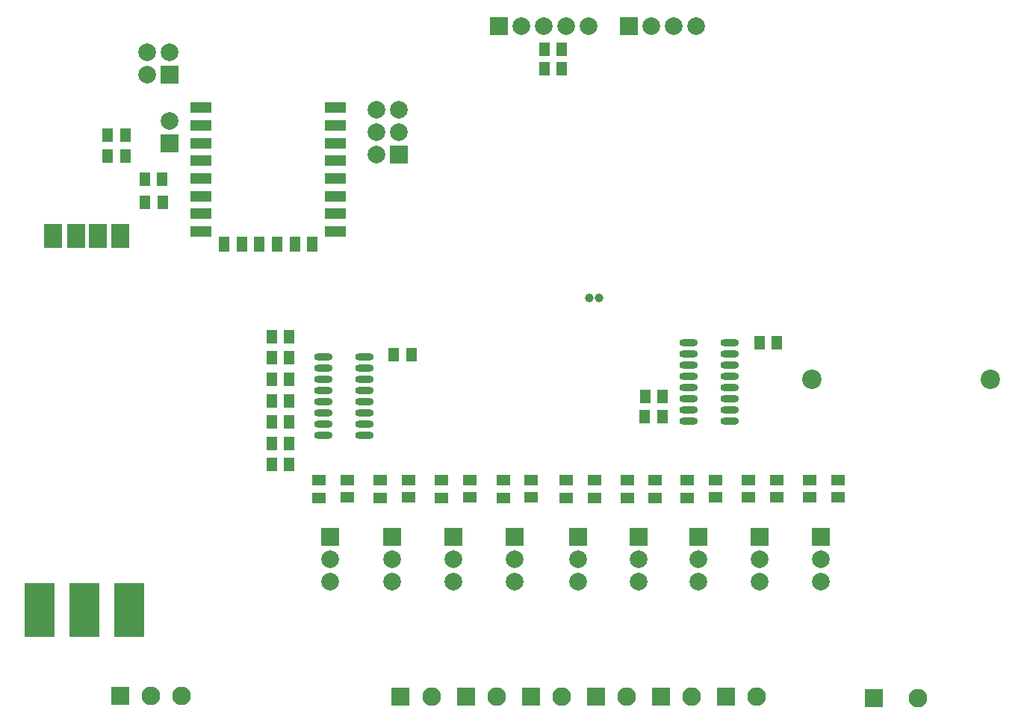
<source format=gbs>
G04*
G04 #@! TF.GenerationSoftware,Altium Limited,Altium Designer,19.0.9 (268)*
G04*
G04 Layer_Color=16711935*
%FSLAX25Y25*%
%MOIN*%
G70*
G01*
G75*
%ADD36R,0.04724X0.06693*%
%ADD49R,0.06496X0.04724*%
%ADD51R,0.04724X0.06496*%
%ADD59R,0.05118X0.06102*%
%ADD61C,0.08661*%
%ADD62C,0.08284*%
%ADD63R,0.08284X0.08284*%
%ADD64C,0.07874*%
%ADD65R,0.07874X0.07874*%
%ADD66R,0.07874X0.07874*%
%ADD67C,0.03937*%
%ADD94R,0.13780X0.24410*%
%ADD95R,0.07874X0.10630*%
%ADD96O,0.08268X0.03150*%
%ADD97R,0.09646X0.04724*%
D36*
X146555Y224902D02*
D03*
X138681D02*
D03*
X130807D02*
D03*
X122933D02*
D03*
X115059D02*
D03*
X107185D02*
D03*
D49*
X368521Y111909D02*
D03*
Y119783D02*
D03*
X381120Y119783D02*
D03*
Y111909D02*
D03*
X204271Y111811D02*
D03*
Y119685D02*
D03*
X189495Y119783D02*
D03*
Y111909D02*
D03*
X341146Y111909D02*
D03*
Y119783D02*
D03*
X353745Y119783D02*
D03*
Y111909D02*
D03*
X326370Y119783D02*
D03*
Y111909D02*
D03*
X286949Y111713D02*
D03*
Y119587D02*
D03*
X299547Y119685D02*
D03*
Y111811D02*
D03*
X259882Y111811D02*
D03*
Y119685D02*
D03*
X231646Y111811D02*
D03*
Y119685D02*
D03*
X162120Y119783D02*
D03*
Y111909D02*
D03*
X176896Y111811D02*
D03*
Y119685D02*
D03*
X149521Y111811D02*
D03*
Y119685D02*
D03*
X313771Y111811D02*
D03*
Y119685D02*
D03*
X272480Y119685D02*
D03*
Y111811D02*
D03*
X244245Y119783D02*
D03*
Y111909D02*
D03*
X216870Y119783D02*
D03*
Y111909D02*
D03*
D51*
X250000Y303543D02*
D03*
X257874D02*
D03*
X55216Y264272D02*
D03*
X63090D02*
D03*
X71653Y254035D02*
D03*
X79528D02*
D03*
X79626Y243799D02*
D03*
X71752D02*
D03*
X128346Y126575D02*
D03*
X136221D02*
D03*
X128346Y136106D02*
D03*
X136221D02*
D03*
X128346Y145636D02*
D03*
X136221D02*
D03*
X128346Y155167D02*
D03*
X136221D02*
D03*
X128346Y164698D02*
D03*
X136221D02*
D03*
X128346Y174229D02*
D03*
X136221D02*
D03*
X128346Y183760D02*
D03*
X136221D02*
D03*
X294882Y148130D02*
D03*
X302756D02*
D03*
X294980Y157087D02*
D03*
X302854D02*
D03*
X353937Y181004D02*
D03*
X346063D02*
D03*
X190748Y175886D02*
D03*
X182874D02*
D03*
D59*
X257874Y312205D02*
D03*
X250000D02*
D03*
X55216Y273819D02*
D03*
X63090D02*
D03*
D61*
X449016Y164567D02*
D03*
X369390D02*
D03*
D62*
X88189Y23228D02*
D03*
X74410D02*
D03*
X416929Y22244D02*
D03*
X199680Y23143D02*
D03*
X228719D02*
D03*
X257759D02*
D03*
X286800D02*
D03*
X315840D02*
D03*
X344880D02*
D03*
D63*
X60630Y23228D02*
D03*
X397244Y22244D02*
D03*
X185900Y23143D02*
D03*
X214940D02*
D03*
X243980D02*
D03*
X273020D02*
D03*
X302060D02*
D03*
X331100D02*
D03*
D64*
X307697Y322441D02*
D03*
X297696Y322441D02*
D03*
X317697Y322441D02*
D03*
X269921Y322539D02*
D03*
X259921Y322441D02*
D03*
X239921Y322441D02*
D03*
X249921Y322441D02*
D03*
X185237Y275157D02*
D03*
X185236Y285157D02*
D03*
X175236Y265158D02*
D03*
Y275157D02*
D03*
Y285157D02*
D03*
X209350Y74543D02*
D03*
Y84543D02*
D03*
X181975Y74543D02*
D03*
Y84543D02*
D03*
X154600Y74543D02*
D03*
Y84543D02*
D03*
X292028Y74543D02*
D03*
Y84543D02*
D03*
X264961Y74543D02*
D03*
Y84543D02*
D03*
X236725Y74543D02*
D03*
Y84543D02*
D03*
X373600Y74543D02*
D03*
Y84543D02*
D03*
X346225Y74543D02*
D03*
Y84543D02*
D03*
X318850Y74543D02*
D03*
Y84543D02*
D03*
X72874Y310689D02*
D03*
Y300689D02*
D03*
X82874Y310689D02*
D03*
Y279980D02*
D03*
D65*
X287697Y322441D02*
D03*
X229921D02*
D03*
X209350Y94543D02*
D03*
X181975D02*
D03*
X154600D02*
D03*
X292028D02*
D03*
X264961D02*
D03*
X236725D02*
D03*
X373600D02*
D03*
X346225D02*
D03*
X318850D02*
D03*
D66*
X185237Y265157D02*
D03*
X82874Y300689D02*
D03*
X82874Y269980D02*
D03*
D67*
X274583Y201181D02*
D03*
X270253Y201181D02*
D03*
D94*
X24882Y61776D02*
D03*
X44882D02*
D03*
X64882D02*
D03*
D95*
X30906Y228776D02*
D03*
X40945D02*
D03*
X50906D02*
D03*
X60866D02*
D03*
D96*
X332874Y180984D02*
D03*
Y175984D02*
D03*
Y170984D02*
D03*
Y165984D02*
D03*
Y160984D02*
D03*
Y155984D02*
D03*
Y150984D02*
D03*
Y145984D02*
D03*
X314370Y180984D02*
D03*
Y175984D02*
D03*
Y170984D02*
D03*
Y165984D02*
D03*
Y160984D02*
D03*
Y155984D02*
D03*
Y150984D02*
D03*
Y145984D02*
D03*
X169783Y174882D02*
D03*
Y169882D02*
D03*
Y164882D02*
D03*
Y159882D02*
D03*
Y154882D02*
D03*
Y149882D02*
D03*
Y144882D02*
D03*
Y139882D02*
D03*
X151279Y174882D02*
D03*
Y169882D02*
D03*
Y164882D02*
D03*
Y159882D02*
D03*
Y154882D02*
D03*
Y149882D02*
D03*
Y144882D02*
D03*
Y139882D02*
D03*
D97*
X96850Y230807D02*
D03*
Y238681D02*
D03*
Y246555D02*
D03*
Y254429D02*
D03*
Y262303D02*
D03*
Y270177D02*
D03*
Y278051D02*
D03*
Y285925D02*
D03*
X156890D02*
D03*
Y278051D02*
D03*
Y270177D02*
D03*
Y262303D02*
D03*
Y254429D02*
D03*
Y246555D02*
D03*
Y238681D02*
D03*
Y230807D02*
D03*
M02*

</source>
